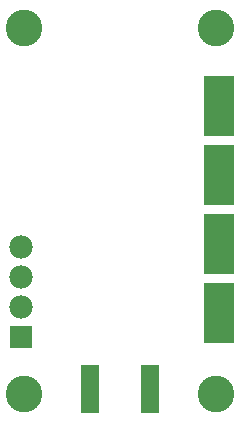
<source format=gbs>
G75*
G70*
%OFA0B0*%
%FSLAX24Y24*%
%IPPOS*%
%LPD*%
%AMOC8*
5,1,8,0,0,1.08239X$1,22.5*
%
%ADD10C,0.1221*%
%ADD11R,0.0640X0.1640*%
%ADD12R,0.0780X0.0780*%
%ADD13C,0.0780*%
%ADD14R,0.1040X0.2040*%
D10*
X001584Y000939D03*
X007983Y000939D03*
X007983Y013143D03*
X001584Y013143D03*
D11*
X003796Y001101D03*
X005796Y001101D03*
D12*
X001496Y002851D03*
D13*
X001496Y003851D03*
X001496Y004851D03*
X001496Y005851D03*
D14*
X008096Y005951D03*
X008096Y008251D03*
X008096Y010551D03*
X008096Y003651D03*
M02*

</source>
